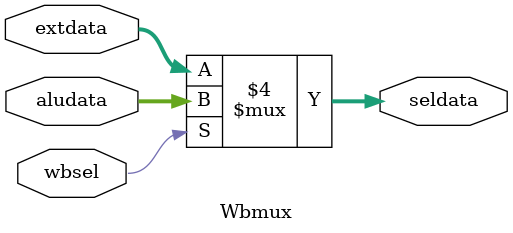
<source format=v>
`timescale 1ns / 1ps

module Wbmux(
    input wbsel,
    input [7:0] aludata,
    input [7:0] extdata,
    output reg [7:0] seldata
    );
    
    always@(wbsel,extdata,extdata)
    begin
        if(wbsel==0)
        begin
            seldata=extdata;
        end
        else
        begin
            seldata=aludata;
        end
    end
endmodule

</source>
